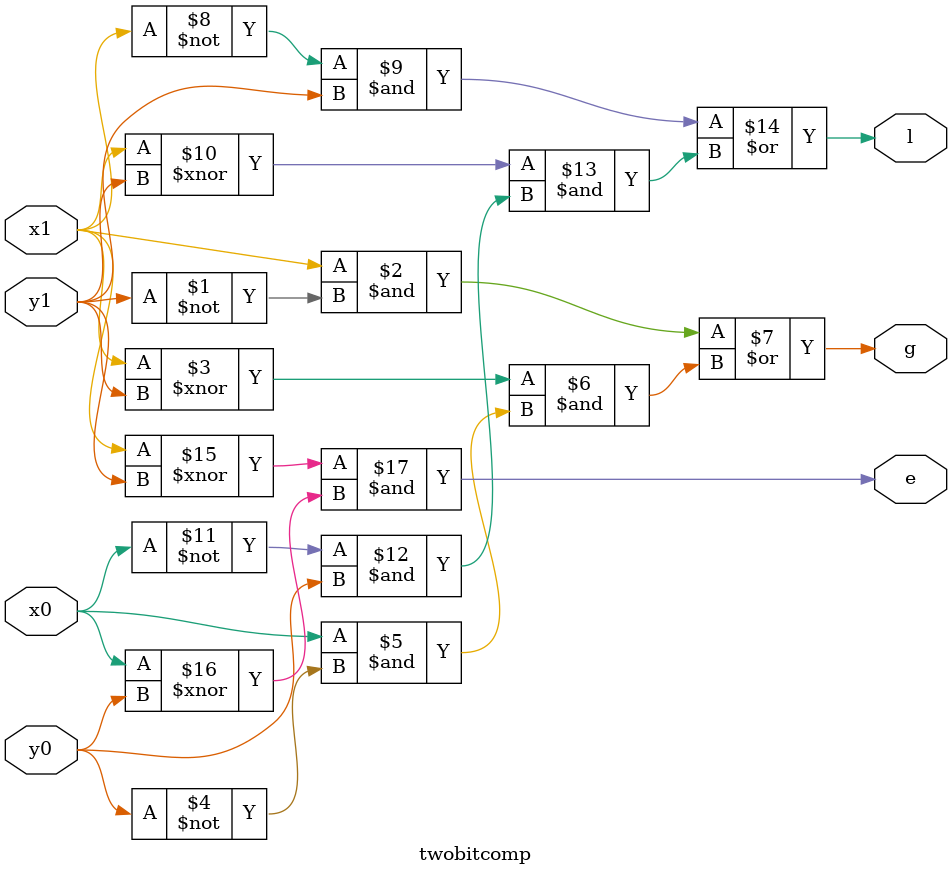
<source format=v>
/* 
    LESS (l): 
    GREATER (g): 
    EQUAL (e): 
*/

module twobitcomp(x1, y1, x0, y0, g, l, e);
    input x1, y1, x0, y0;
    output g, l, e;

    assign g = (x1 & ~y1) | ((x1 ~^ y1) & (x0 & ~y0));
    assign l = (~x1 & y1) | ((x1 ~^ y1) & (~x0 & y0));
    assign e = (x1 ~^ y1) & (x0 ~^ y0);
        
endmodule
</source>
